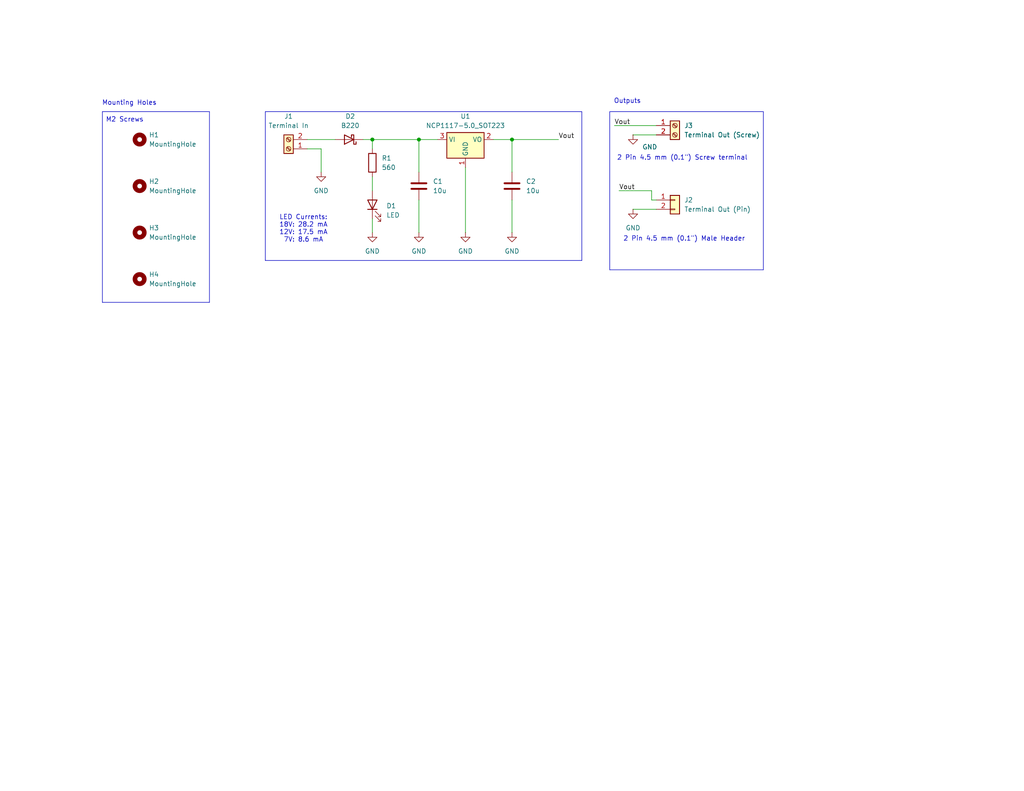
<source format=kicad_sch>
(kicad_sch (version 20231120) (generator "eeschema") (generator_version "8.0")
  (paper "USLetter")
  (title_block (title "VoltageRegulator.kidcad_sch") (rev "tbd") (company "Oregon State University") (comment 1 "Author: Andrew Gondoputro"))
  (lib_symbols
    (symbol "Connector:Screw_Terminal_01x02" (pin_names (offset 1.016) hide)
      (property "Reference" "J" (at 0 2.54 0))
      (property "Value" "Screw_Terminal_01x02" (at 0 -5.08 0))
      (symbol "Screw_Terminal_01x02_1_1"
        (rectangle (start -1.27 1.27) (end 1.27 -3.81) (stroke (width 0.254)) (fill (type background)))
        (circle (center 0 -2.54) (radius 0.635) (stroke (width 0.1524)))
        (polyline (pts (xy -0.5334 -2.2098) (xy 0.3302 -3.048)) (stroke (width 0.1524)))
        (polyline (pts (xy -0.5334 0.3302) (xy 0.3302 -0.508)) (stroke (width 0.1524)))
        (polyline (pts (xy -0.3556 -2.032) (xy 0.508 -2.8702)) (stroke (width 0.1524)))
        (polyline (pts (xy -0.3556 0.508) (xy 0.508 -0.3302)) (stroke (width 0.1524)))
        (circle (center 0 0) (radius 0.635) (stroke (width 0.1524)))
        (pin passive line (at -5.08 0 0) (length 3.81) (name "Pin_1") (number "1"))
        (pin passive line (at -5.08 -2.54 0) (length 3.81) (name "Pin_2") (number "2"))
      )
    )
    (symbol "Connector_Generic:Conn_01x02" (pin_names (offset 1.016) hide)
      (property "Reference" "J" (at 0 2.54 0))
      (property "Value" "Conn_01x02" (at 0 -5.08 0))
      (symbol "Conn_01x02_1_1"
        (rectangle (start -1.27 -2.413) (end 0 -2.667) (stroke (width 0.1524)))
        (rectangle (start -1.27 0.127) (end 0 -0.127) (stroke (width 0.1524)))
        (rectangle (start -1.27 1.27) (end 1.27 -3.81) (stroke (width 0.254)) (fill (type background)))
        (pin passive line (at -5.08 0 0) (length 3.81) (name "Pin_1") (number "1"))
        (pin passive line (at -5.08 -2.54 0) (length 3.81) (name "Pin_2") (number "2"))
      )
    )
    (symbol "Device:C" (pin_numbers hide) (pin_names (offset 0.254))
      (property "Reference" "C" (at 0.635 2.54 0))
      (property "Value" "C" (at 0.635 -2.54 0))
      (symbol "C_0_1"
        (polyline (pts (xy -2.032 -0.762) (xy 2.032 -0.762)) (stroke (width 0.508)))
        (polyline (pts (xy -2.032 0.762) (xy 2.032 0.762)) (stroke (width 0.508)))
      )
      (symbol "C_1_1"
        (pin passive line (at 0 3.81 270) (length 2.794) (name "~") (number "1"))
        (pin passive line (at 0 -3.81 90) (length 2.794) (name "~") (number "2"))
      )
    )
    (symbol "Device:D_Schottky" (pin_numbers hide) (pin_names (offset 1.016) hide)
      (property "Reference" "D" (at 0 2.54 0))
      (property "Value" "D_Schottky" (at 0 -2.54 0))
      (symbol "D_Schottky_0_1"
        (polyline (pts (xy 1.27 0) (xy -1.27 0)))
        (polyline (pts (xy 1.27 1.27) (xy 1.27 -1.27) (xy -1.27 0) (xy 1.27 1.27)) (stroke (width 0.254)))
        (polyline (pts (xy -1.905 0.635) (xy -1.905 1.27) (xy -1.27 1.27) (xy -1.27 -1.27) (xy -0.635 -1.27) (xy -0.635 -0.635)) (stroke (width 0.254)))
      )
      (symbol "D_Schottky_1_1"
        (pin passive line (at -3.81 0 0) (length 2.54) (name "K") (number "1"))
        (pin passive line (at 3.81 0 180) (length 2.54) (name "A") (number "2"))
      )
    )
    (symbol "Device:LED" (pin_numbers hide) (pin_names (offset 1.016) hide)
      (property "Reference" "D" (at 0 2.54 0))
      (property "Value" "LED" (at 0 -2.54 0))
      (symbol "LED_0_1"
        (polyline (pts (xy -1.27 -1.27) (xy -1.27 1.27)) (stroke (width 0.254)))
        (polyline (pts (xy -1.27 0) (xy 1.27 0)))
        (polyline (pts (xy 1.27 -1.27) (xy 1.27 1.27) (xy -1.27 0) (xy 1.27 -1.27)) (stroke (width 0.254)))
        (polyline (pts (xy -3.048 -0.762) (xy -4.572 -2.286) (xy -3.81 -2.286) (xy -4.572 -2.286) (xy -4.572 -1.524)))
        (polyline (pts (xy -1.778 -0.762) (xy -3.302 -2.286) (xy -2.54 -2.286) (xy -3.302 -2.286) (xy -3.302 -1.524)))
      )
      (symbol "LED_1_1"
        (pin passive line (at -3.81 0 0) (length 2.54) (name "K") (number "1"))
        (pin passive line (at 3.81 0 180) (length 2.54) (name "A") (number "2"))
      )
    )
    (symbol "Device:R" (pin_numbers hide) (pin_names (offset 0))
      (property "Reference" "R" (at 2.032 0 90))
      (property "Value" "R" (at 0 0 90))
      (symbol "R_0_1"
        (rectangle (start -1.016 -2.54) (end 1.016 2.54) (stroke (width 0.254)))
      )
      (symbol "R_1_1"
        (pin passive line (at 0 3.81 270) (length 1.27) (name "~") (number "1"))
        (pin passive line (at 0 -3.81 90) (length 1.27) (name "~") (number "2"))
      )
    )
    (symbol "Mechanical:MountingHole" (pin_names (offset 1.016)) (exclude_from_sim yes) (in_bom no)
      (property "Reference" "H" (at 0 5.08 0))
      (property "Value" "MountingHole" (at 0 3.175 0))
      (symbol "MountingHole_0_1"
        (circle (center 0 0) (radius 1.27) (stroke (width 1.27)))
      )
    )
    (symbol "Regulator_Linear:NCP1117-5.0_SOT223"
      (property "Reference" "U" (at -3.81 3.175 0))
      (property "Value" "NCP1117-5.0_SOT223" (at 0 3.175 0))
      (symbol "NCP1117-5.0_SOT223_0_1"
        (rectangle (start -5.08 -5.08) (end 5.08 1.905) (stroke (width 0.254)) (fill (type background)))
      )
      (symbol "NCP1117-5.0_SOT223_1_1"
        (pin power_in line (at 0 -7.62 90) (length 2.54) (name "GND") (number "1"))
        (pin power_out line (at 7.62 0 180) (length 2.54) (name "VO") (number "2"))
        (pin power_in line (at -7.62 0 0) (length 2.54) (name "VI") (number "3"))
      )
    )
    (symbol "power:GND" (power) (pin_numbers hide) (pin_names (offset 0) hide)
      (property "Value" "GND" (at 0 -3.81 0))
      (symbol "GND_0_1"
        (polyline (pts (xy 0 0) (xy 0 -1.27) (xy 1.27 -1.27) (xy 0 -2.54) (xy -1.27 -1.27) (xy 0 -1.27)))
      )
      (symbol "GND_1_1"
        (pin power_in line (at 0 0 270) (length 0) (name "~") (number "1"))
      )
    )
  )
  (junction (at 114.3 38.1))
  (junction (at 101.6 38.1))
  (junction (at 139.7 38.1))
  (polyline (pts (xy 166.37 30.48) (xy 166.37 73.66)))
  (wire (pts (xy 99.06 38.1) (xy 101.6 38.1)))
  (wire (pts (xy 114.3 38.1) (xy 119.38 38.1)))
  (wire (pts (xy 114.3 38.1) (xy 114.3 46.99)))
  (polyline (pts (xy 27.94 30.48) (xy 27.94 82.55)))
  (wire (pts (xy 139.7 38.1) (xy 152.4 38.1)))
  (polyline (pts (xy 72.39 30.48) (xy 158.75 30.48)))
  (wire (pts (xy 172.72 36.83) (xy 179.07 36.83)))
  (wire (pts (xy 87.63 40.64) (xy 87.63 46.99)))
  (wire (pts (xy 177.8 54.61) (xy 179.07 54.61)))
  (wire (pts (xy 83.82 38.1) (xy 91.44 38.1)))
  (wire (pts (xy 134.62 38.1) (xy 139.7 38.1)))
  (wire (pts (xy 101.6 38.1) (xy 114.3 38.1)))
  (wire (pts (xy 139.7 54.61) (xy 139.7 63.5)))
  (wire (pts (xy 101.6 48.26) (xy 101.6 52.07)))
  (wire (pts (xy 172.72 57.15) (xy 179.07 57.15)))
  (wire (pts (xy 139.7 38.1) (xy 139.7 46.99)))
  (polyline (pts (xy 158.75 30.48) (xy 158.75 71.12)))
  (wire (pts (xy 167.64 34.29) (xy 179.07 34.29)))
  (polyline (pts (xy 166.37 73.66) (xy 208.28 73.66)))
  (wire (pts (xy 127 45.72) (xy 127 63.5)))
  (wire (pts (xy 114.3 54.61) (xy 114.3 63.5)))
  (polyline (pts (xy 57.15 82.55) (xy 57.15 30.48)))
  (wire (pts (xy 101.6 38.1) (xy 101.6 40.64)))
  (wire (pts (xy 83.82 40.64) (xy 87.63 40.64)))
  (wire (pts (xy 101.6 59.69) (xy 101.6 63.5)))
  (polyline (pts (xy 27.94 82.55) (xy 57.15 82.55)))
  (wire (pts (xy 177.8 52.07) (xy 168.91 52.07)))
  (polyline (pts (xy 208.28 73.66) (xy 208.28 30.48)))
  (polyline (pts (xy 158.75 71.12) (xy 72.39 71.12)))
  (polyline (pts (xy 166.37 30.48) (xy 208.28 30.48)))
  (polyline (pts (xy 72.39 71.12) (xy 72.39 30.48)))
  (wire (pts (xy 177.8 54.61) (xy 177.8 52.07)))
  (polyline (pts (xy 27.94 30.48) (xy 57.15 30.48)))
  (text "Outputs\n" (at 171.196 27.686 0) (effects (font (size 1.27 1.27))))
  (text "2 Pin 4.5 mm (0.1\") Male Header\n" (at 186.69 65.278 0) (effects (font (size 1.27 1.27))))
  (text "Mounting Holes\n" (at 35.306 28.194 0) (effects (font (size 1.27 1.27))))
  (text "2 Pin 4.5 mm (0.1\") Screw terminal\n" (at 186.182 43.18 0) (effects (font (size 1.27 1.27))))
  (text "M2 Screws\n" (at 34.036 32.766 0) (effects (font (size 1.27 1.27))))
  (text "LED Currents:\n18V: 28.2 mA\n12V: 17.5 mA\n7V: 8.6 mA" (at 82.804 62.484 0) (effects (font (size 1.27 1.27))))
  (label "Vout" (at 152.4 38.1 0))
  (label "Vout" (at 167.64 34.29 0))
  (label "Vout" (at 168.91 52.07 0))
  (symbol (lib_id "Connector_Generic:Conn_01x02") (at 184.15 54.61 0) (unit 1)
    (property "Reference" "J2" (at 186.69 54.6099 0) (effects (justify left)))
    (property "Value" "Terminal Out (Pin)" (at 186.69 57.1499 0) (effects (justify left)))
    (property "Footprint" "Connector_PinHeader_2.54mm:PinHeader_1x02_P2.54mm_Vertical" (effects (hide yes)))
    (property "Description" "Generic connector, single row, 01x02, script generated (kicad-library-utils/schlib/autogen/connector/)" (effects (hide yes)))
  )
  (symbol (lib_id "Device:R") (at 101.6 44.45 0) (unit 1)
    (property "Reference" "R1" (at 104.14 43.1799 0) (effects (justify left)))
    (property "Value" "560" (at 104.14 45.7199 0) (effects (justify left)))
    (property "Footprint" "Resistor_SMD:R_0805_2012Metric" (effects (hide yes)))
    (property "Description" "Resistor" (effects (hide yes)))
  )
  (symbol (lib_id "power:GND") (at 101.6 63.5 0) (unit 1)
    (property "Reference" "#PWR01" (effects (hide yes)))
    (property "Value" "GND" (at 101.6 68.58 0))
    (property "Description" "Power symbol creates a global label with name \"GND\" , ground" (effects (hide yes)))
  )
  (symbol (lib_id "Device:D_Schottky") (at 95.25 38.1 180) (unit 1)
    (property "Reference" "D2" (at 95.5675 31.75 0))
    (property "Value" "B220" (at 95.5675 34.29 0))
    (property "Footprint" "Diode_SMD:D_SMA" (effects (hide yes)))
    (property "Description" "Schottky diode" (effects (hide yes)))
  )
  (symbol (lib_id "Device:C") (at 139.7 50.8 0) (unit 1)
    (property "Reference" "C2" (at 143.51 49.5299 0) (effects (justify left)))
    (property "Value" "10u" (at 143.51 52.0699 0) (effects (justify left)))
    (property "Footprint" "Capacitor_SMD:C_1206_3216Metric" (effects (hide yes)))
    (property "Description" "Unpolarized capacitor" (effects (hide yes)))
  )
  (symbol (lib_id "Regulator_Linear:NCP1117-5.0_SOT223") (at 127 38.1 0) (unit 1)
    (property "Reference" "U1" (at 127 31.75 0))
    (property "Value" "NCP1117-5.0_SOT223" (at 127 34.29 0))
    (property "Footprint" "Package_TO_SOT_SMD:SOT-223-3_TabPin2" (effects (hide yes)))
    (property "Datasheet" "http://www.onsemi.com/pub_link/Collateral/NCP1117-D.PDF" (effects (hide yes)))
    (property "Description" "1A Low drop-out regulator, Fixed Output 5V, SOT-223" (effects (hide yes)))
    (property "Sim.Library" "ncp1117_library.lib" (effects (hide yes)))
    (property "Sim.Name" "ncp1117_50-x" (effects (hide yes)))
    (property "Sim.Device" "SUBCKT" (effects (hide yes)))
    (property "Sim.Pins" "1=2 2=1 3=3" (effects (hide yes)))
  )
  (symbol (lib_id "Mechanical:MountingHole") (at 38.1 76.2 0) (unit 1) (exclude_from_sim yes) (in_bom no)
    (property "Reference" "H4" (at 40.64 74.9299 0) (effects (justify left)))
    (property "Value" "MountingHole" (at 40.64 77.4699 0) (effects (justify left)))
    (property "Footprint" "MountingHole:MountingHole_2.2mm_M2" (effects (hide yes)))
    (property "Description" "Mounting Hole without connection" (effects (hide yes)))
  )
  (symbol (lib_id "Mechanical:MountingHole") (at 38.1 50.8 0) (unit 1) (exclude_from_sim yes) (in_bom no)
    (property "Reference" "H2" (at 40.64 49.5299 0) (effects (justify left)))
    (property "Value" "MountingHole" (at 40.64 52.0699 0) (effects (justify left)))
    (property "Footprint" "MountingHole:MountingHole_2.2mm_M2" (effects (hide yes)))
    (property "Description" "Mounting Hole without connection" (effects (hide yes)))
  )
  (symbol (lib_id "Device:C") (at 114.3 50.8 0) (unit 1)
    (property "Reference" "C1" (at 118.11 49.5299 0) (effects (justify left)))
    (property "Value" "10u" (at 118.11 52.0699 0) (effects (justify left)))
    (property "Footprint" "Capacitor_SMD:C_1206_3216Metric" (effects (hide yes)))
    (property "Description" "Unpolarized capacitor" (effects (hide yes)))
  )
  (symbol (lib_id "Mechanical:MountingHole") (at 38.1 63.5 0) (unit 1) (exclude_from_sim yes) (in_bom no)
    (property "Reference" "H3" (at 40.64 62.2299 0) (effects (justify left)))
    (property "Value" "MountingHole" (at 40.64 64.7699 0) (effects (justify left)))
    (property "Footprint" "MountingHole:MountingHole_2.2mm_M2" (effects (hide yes)))
    (property "Description" "Mounting Hole without connection" (effects (hide yes)))
  )
  (symbol (lib_id "power:GND") (at 87.63 46.99 0) (unit 1)
    (property "Reference" "#PWR05" (effects (hide yes)))
    (property "Value" "GND" (at 87.63 52.07 0))
    (property "Description" "Power symbol creates a global label with name \"GND\" , ground" (effects (hide yes)))
  )
  (symbol (lib_id "Connector:Screw_Terminal_01x02") (at 184.15 34.29 0) (unit 1)
    (property "Reference" "J3" (at 186.69 34.2899 0) (effects (justify left)))
    (property "Value" "Terminal Out (Screw)" (at 186.69 36.8299 0) (effects (justify left)))
    (property "Footprint" "TerminalBlock_TE-Connectivity:TerminalBlock_TE_282834-2_1x02_P2.54mm_Horizontal" (effects (hide yes)))
    (property "Description" "Generic screw terminal, single row, 01x02, script generated (kicad-library-utils/schlib/autogen/connector/)" (effects (hide yes)))
  )
  (symbol (lib_id "power:GND") (at 139.7 63.5 0) (unit 1)
    (property "Reference" "#PWR04" (effects (hide yes)))
    (property "Value" "GND" (at 139.7 68.58 0))
    (property "Description" "Power symbol creates a global label with name \"GND\" , ground" (effects (hide yes)))
  )
  (symbol (lib_id "power:GND") (at 172.72 36.83 0) (unit 1)
    (property "Reference" "#PWR06" (effects (hide yes)))
    (property "Value" "GND" (at 177.292 40.132 0))
    (property "Description" "Power symbol creates a global label with name \"GND\" , ground" (effects (hide yes)))
  )
  (symbol (lib_id "Mechanical:MountingHole") (at 38.1 38.1 0) (unit 1) (exclude_from_sim yes) (in_bom no)
    (property "Reference" "H1" (at 40.64 36.8299 0) (effects (justify left)))
    (property "Value" "MountingHole" (at 40.64 39.3699 0) (effects (justify left)))
    (property "Footprint" "MountingHole:MountingHole_2.2mm_M2" (effects (hide yes)))
    (property "Description" "Mounting Hole without connection" (effects (hide yes)))
  )
  (symbol (lib_id "power:GND") (at 172.72 57.15 0) (unit 1)
    (property "Reference" "#PWR07" (effects (hide yes)))
    (property "Value" "GND" (at 172.72 62.23 0))
    (property "Description" "Power symbol creates a global label with name \"GND\" , ground" (effects (hide yes)))
  )
  (symbol (lib_id "power:GND") (at 127 63.5 0) (unit 1)
    (property "Reference" "#PWR03" (effects (hide yes)))
    (property "Value" "GND" (at 127 68.58 0))
    (property "Description" "Power symbol creates a global label with name \"GND\" , ground" (effects (hide yes)))
  )
  (symbol (lib_id "Connector:Screw_Terminal_01x02") (at 78.74 40.64 180) (unit 1)
    (property "Reference" "J1" (at 78.74 31.75 0))
    (property "Value" "Terminal In" (at 78.74 34.29 0))
    (property "Footprint" "TerminalBlock_TE-Connectivity:TerminalBlock_TE_282834-2_1x02_P2.54mm_Horizontal" (effects (hide yes)))
    (property "Description" "Generic screw terminal, single row, 01x02, script generated (kicad-library-utils/schlib/autogen/connector/)" (effects (hide yes)))
  )
  (symbol (lib_id "power:GND") (at 114.3 63.5 0) (unit 1)
    (property "Reference" "#PWR02" (effects (hide yes)))
    (property "Value" "GND" (at 114.3 68.58 0))
    (property "Description" "Power symbol creates a global label with name \"GND\" , ground" (effects (hide yes)))
  )
  (symbol (lib_id "Device:LED") (at 101.6 55.88 90) (unit 1)
    (property "Reference" "D1" (at 105.41 56.1974 90) (effects (justify right)))
    (property "Value" "LED" (at 105.41 58.7374 90) (effects (justify right)))
    (property "Footprint" "LED_SMD:LED_0603_1608Metric" (effects (hide yes)))
    (property "Description" "Light emitting diode" (effects (hide yes)))
  )
)
</source>
